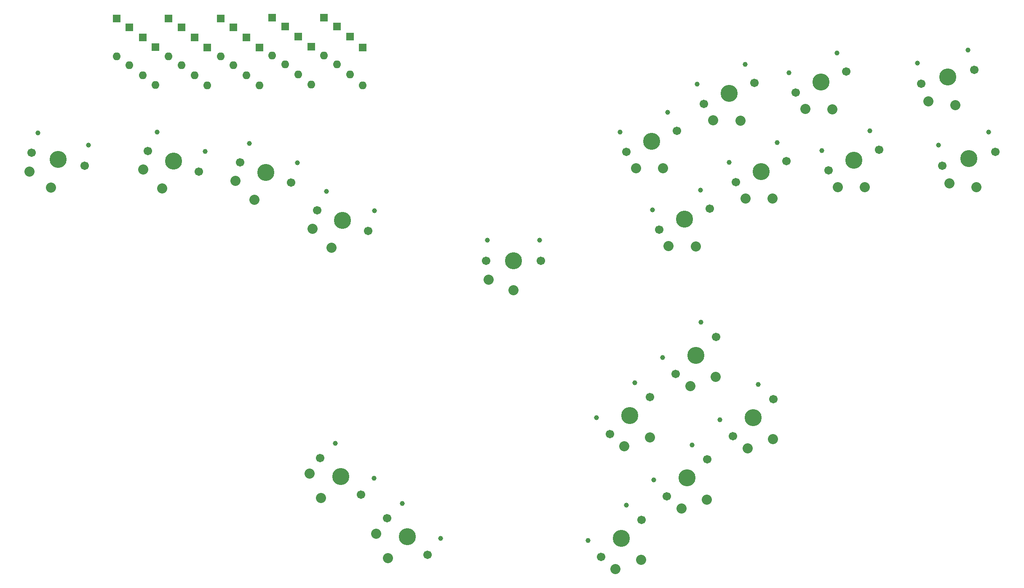
<source format=gbr>
%TF.GenerationSoftware,KiCad,Pcbnew,(6.0.4-0)*%
%TF.CreationDate,2022-07-27T23:48:03+02:00*%
%TF.ProjectId,ergosmash,6572676f-736d-4617-9368-2e6b69636164,rev?*%
%TF.SameCoordinates,Original*%
%TF.FileFunction,Soldermask,Bot*%
%TF.FilePolarity,Negative*%
%FSLAX46Y46*%
G04 Gerber Fmt 4.6, Leading zero omitted, Abs format (unit mm)*
G04 Created by KiCad (PCBNEW (6.0.4-0)) date 2022-07-27 23:48:03*
%MOMM*%
%LPD*%
G01*
G04 APERTURE LIST*
%ADD10C,2.032000*%
%ADD11C,0.990600*%
%ADD12C,1.701800*%
%ADD13C,3.429000*%
%ADD14R,1.600000X1.600000*%
%ADD15O,1.600000X1.600000*%
G04 APERTURE END LIST*
D10*
%TO.C,SW20*%
X228011869Y-56570486D03*
X233378405Y-57351696D03*
D11*
X225795836Y-48880389D03*
D12*
X237225975Y-50262535D03*
D11*
X235903298Y-46266421D03*
D12*
X226576351Y-53016715D03*
D13*
X231901163Y-51639625D03*
%TD*%
D10*
%TO.C,SW19*%
X203241397Y-58122687D03*
X208664430Y-58149417D03*
D11*
X199976676Y-50815841D03*
D12*
X211487935Y-50593769D03*
D11*
X209621979Y-46820626D03*
D12*
X201325261Y-54803287D03*
D13*
X206406598Y-52698528D03*
%TD*%
D10*
%TO.C,SW18*%
X184753977Y-60415123D03*
X190177010Y-60441853D03*
D11*
X181489256Y-53108277D03*
D12*
X193000515Y-52886205D03*
D11*
X191134559Y-49113062D03*
D12*
X182837841Y-57095723D03*
D13*
X187919178Y-54990964D03*
%TD*%
D10*
%TO.C,SW17*%
X169225947Y-70032310D03*
X174648980Y-70059040D03*
D11*
X165961226Y-62725464D03*
D12*
X177472485Y-62503392D03*
D11*
X175606529Y-58730249D03*
D12*
X167309811Y-66712910D03*
D13*
X172391148Y-64608151D03*
%TD*%
D10*
%TO.C,SW16*%
X232221571Y-73041321D03*
X237588107Y-73822531D03*
D11*
X230005538Y-65351224D03*
D12*
X241435677Y-66733370D03*
D11*
X240113000Y-62737256D03*
D12*
X230786053Y-69487550D03*
D13*
X236110865Y-68110460D03*
%TD*%
D10*
%TO.C,SW15*%
X209795147Y-73809891D03*
X215218180Y-73836621D03*
D11*
X206530426Y-66503045D03*
D12*
X218041685Y-66280973D03*
D11*
X216175729Y-62507830D03*
D12*
X207879011Y-70490491D03*
D13*
X212960348Y-68385732D03*
%TD*%
%TO.C,SW14*%
X194398407Y-70708278D03*
D12*
X189317070Y-72813037D03*
D11*
X197613788Y-64830376D03*
D12*
X199479744Y-68603519D03*
D11*
X187968485Y-68825591D03*
D10*
X196656239Y-76159167D03*
X191233206Y-76132437D03*
%TD*%
D13*
%TO.C,SW13*%
X178944897Y-80295356D03*
D12*
X173863560Y-82400115D03*
D11*
X182160278Y-74417454D03*
D12*
X184026234Y-78190597D03*
D11*
X172514975Y-78412669D03*
D10*
X181202729Y-85746245D03*
X175779696Y-85719515D03*
%TD*%
D13*
%TO.C,SW12*%
X167987836Y-119840578D03*
D12*
X163932811Y-123556324D03*
D11*
X168998945Y-113217432D03*
D12*
X172042861Y-116124832D03*
D11*
X161301769Y-120270594D03*
D10*
X171973818Y-124190514D03*
X166868692Y-126020183D03*
%TD*%
D13*
%TO.C,SW11*%
X181258830Y-107679954D03*
D12*
X177203805Y-111395700D03*
D11*
X182269939Y-101056808D03*
D12*
X185313855Y-103964208D03*
D11*
X174572763Y-108109970D03*
D10*
X185244812Y-112029890D03*
X180139686Y-113859559D03*
%TD*%
D13*
%TO.C,SW10*%
X179472875Y-132374294D03*
D12*
X175417850Y-136090040D03*
D11*
X180483984Y-125751148D03*
D12*
X183527900Y-128658548D03*
D11*
X172786808Y-132804310D03*
D10*
X183458857Y-136724230D03*
X178353731Y-138553899D03*
%TD*%
D13*
%TO.C,SW9*%
X192743865Y-120213669D03*
D12*
X188688840Y-123929415D03*
D11*
X193754974Y-113590523D03*
D12*
X196798890Y-116497923D03*
D11*
X186057798Y-120643685D03*
D10*
X196729847Y-124563605D03*
X191624721Y-126393274D03*
%TD*%
D13*
%TO.C,SW7*%
X144588470Y-88675535D03*
D12*
X139088470Y-88675535D03*
D11*
X149808470Y-84475535D03*
D12*
X150088470Y-88675535D03*
D11*
X139368470Y-84475535D03*
D10*
X144588470Y-94575535D03*
X139588470Y-92475535D03*
%TD*%
D13*
%TO.C,SW7*%
X166224170Y-144514494D03*
D12*
X162169145Y-148230240D03*
D11*
X167235279Y-137891348D03*
D12*
X170279195Y-140798748D03*
D11*
X159538103Y-144944510D03*
D10*
X170210152Y-148864430D03*
X165105026Y-150694099D03*
%TD*%
D13*
%TO.C,SW6*%
X123262743Y-144159973D03*
D12*
X119175446Y-140479755D03*
D11*
X129952308Y-144531626D03*
D12*
X127350040Y-147840191D03*
D11*
X122193876Y-137545903D03*
D10*
X119314872Y-148544527D03*
X117004323Y-143638270D03*
%TD*%
%TO.C,SW5*%
X103586235Y-131535711D03*
X105896784Y-136441968D03*
D11*
X108775788Y-125443344D03*
D12*
X113931952Y-135737632D03*
D11*
X116534220Y-132429067D03*
D12*
X105757358Y-128377196D03*
D13*
X109844655Y-132057414D03*
%TD*%
D10*
%TO.C,SW4*%
X104183724Y-82199424D03*
X108032969Y-86019543D03*
D11*
X106976596Y-74699539D03*
D12*
X115342659Y-82609494D03*
D11*
X116656395Y-78610432D03*
D12*
X105143637Y-78488822D03*
D13*
X110243148Y-80549158D03*
%TD*%
D10*
%TO.C,SW3*%
X88701943Y-72539485D03*
X92551188Y-76359604D03*
D11*
X91494815Y-65039600D03*
D12*
X99860878Y-72949555D03*
D11*
X101174614Y-68950493D03*
D12*
X89661856Y-68828883D03*
D13*
X94761367Y-70889219D03*
%TD*%
D10*
%TO.C,SW2*%
X70158695Y-70270582D03*
X74007940Y-74090701D03*
D11*
X72951567Y-62770697D03*
D12*
X81317630Y-70680652D03*
D11*
X82631366Y-66681590D03*
D12*
X71118608Y-66559980D03*
D13*
X76218119Y-68620316D03*
%TD*%
D10*
%TO.C,SW1*%
X47290051Y-70706102D03*
X51633494Y-73953333D03*
D11*
X49011961Y-62890514D03*
D12*
X58397459Y-69559158D03*
D11*
X59141849Y-65416178D03*
D12*
X47724207Y-66898018D03*
D13*
X53060833Y-68228588D03*
%TD*%
D14*
%TO.C,D20*%
X114300000Y-45731866D03*
D15*
X114300000Y-53351866D03*
%TD*%
%TO.C,D19*%
X111700000Y-51161864D03*
D14*
X111700000Y-43541864D03*
%TD*%
D15*
%TO.C,D18*%
X109100000Y-49161865D03*
D14*
X109100000Y-41541865D03*
%TD*%
D15*
%TO.C,D17*%
X106500000Y-47351868D03*
D14*
X106500000Y-39731868D03*
%TD*%
D15*
%TO.C,D16*%
X103900000Y-53161866D03*
D14*
X103900000Y-45541866D03*
%TD*%
D15*
%TO.C,D15*%
X101300000Y-51161867D03*
D14*
X101300000Y-43541867D03*
%TD*%
D15*
%TO.C,D14*%
X98700000Y-49161865D03*
D14*
X98700000Y-41541865D03*
%TD*%
D15*
%TO.C,D13*%
X96100000Y-47351864D03*
D14*
X96100000Y-39731864D03*
%TD*%
D15*
%TO.C,D12*%
X93500000Y-53351866D03*
D14*
X93500000Y-45731866D03*
%TD*%
D15*
%TO.C,D11*%
X90900000Y-51351868D03*
D14*
X90900000Y-43731868D03*
%TD*%
D15*
%TO.C,D10*%
X88300000Y-49281869D03*
D14*
X88300000Y-41661869D03*
%TD*%
D15*
%TO.C,D9*%
X85700000Y-47471865D03*
D14*
X85700000Y-39851865D03*
%TD*%
D15*
%TO.C,D8*%
X83047150Y-53351868D03*
D14*
X83047150Y-45731868D03*
%TD*%
D15*
%TO.C,D7*%
X80447156Y-51281864D03*
D14*
X80447156Y-43661864D03*
%TD*%
D15*
%TO.C,D6*%
X77847152Y-49281867D03*
D14*
X77847152Y-41661867D03*
%TD*%
%TO.C,D5*%
X75200000Y-39851868D03*
D15*
X75200000Y-47471868D03*
%TD*%
D14*
%TO.C,D4*%
X72600000Y-45661866D03*
D15*
X72600000Y-53281866D03*
%TD*%
D14*
%TO.C,D3*%
X70100000Y-43661864D03*
D15*
X70100000Y-51281864D03*
%TD*%
D14*
%TO.C,D2*%
X67400000Y-41661866D03*
D15*
X67400000Y-49281866D03*
%TD*%
%TO.C,D1*%
X64800000Y-47471866D03*
D14*
X64800000Y-39851866D03*
%TD*%
M02*

</source>
